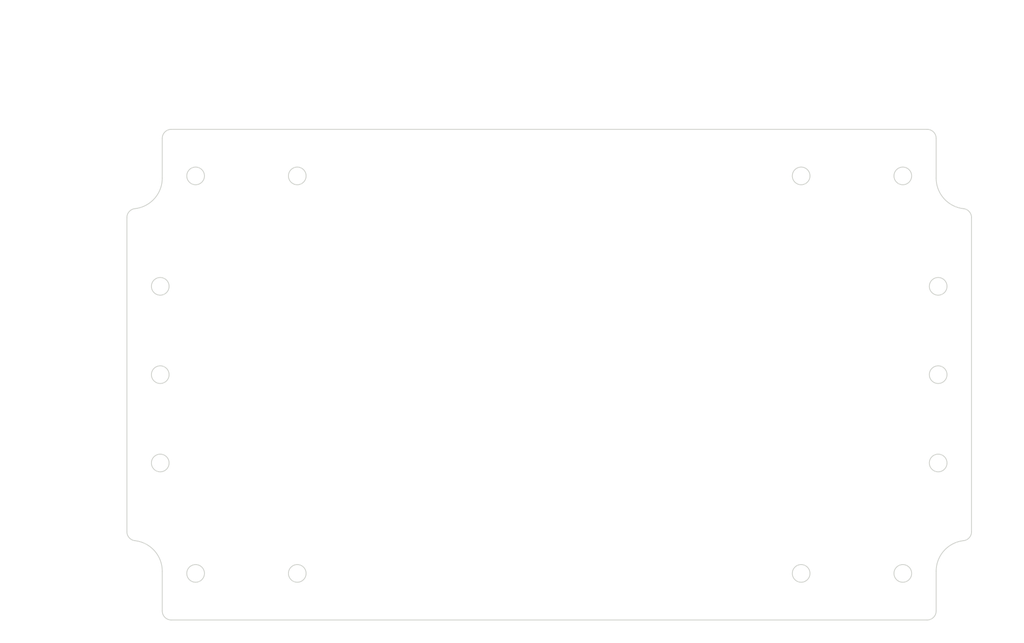
<source format=kicad_pcb>
(kicad_pcb (version 20171130) (host pcbnew "(5.1.0)-1")

  (general
    (thickness 1.6)
    (drawings 97)
    (tracks 0)
    (zones 0)
    (modules 0)
    (nets 1)
  )

  (page A3)
  (layers
    (0 F.Cu signal)
    (31 B.Cu signal)
    (32 B.Adhes user)
    (33 F.Adhes user)
    (34 B.Paste user)
    (35 F.Paste user)
    (36 B.SilkS user)
    (37 F.SilkS user)
    (38 B.Mask user)
    (39 F.Mask user)
    (40 Dwgs.User user)
    (41 Cmts.User user)
    (42 Eco1.User user)
    (43 Eco2.User user)
    (44 Edge.Cuts user)
    (45 Margin user)
    (46 B.CrtYd user)
    (47 F.CrtYd user)
    (48 B.Fab user)
    (49 F.Fab user)
  )

  (setup
    (last_trace_width 0.25)
    (trace_clearance 0.2)
    (zone_clearance 0.508)
    (zone_45_only no)
    (trace_min 0.2)
    (via_size 0.8)
    (via_drill 0.4)
    (via_min_size 0.4)
    (via_min_drill 0.3)
    (uvia_size 0.3)
    (uvia_drill 0.1)
    (uvias_allowed no)
    (uvia_min_size 0.2)
    (uvia_min_drill 0.1)
    (edge_width 0.05)
    (segment_width 0.2)
    (pcb_text_width 0.3)
    (pcb_text_size 1.5 1.5)
    (mod_edge_width 0.12)
    (mod_text_size 1 1)
    (mod_text_width 0.15)
    (pad_size 1.524 1.524)
    (pad_drill 0.762)
    (pad_to_mask_clearance 0.051)
    (solder_mask_min_width 0.25)
    (aux_axis_origin 0 0)
    (visible_elements FFFFFF7F)
    (pcbplotparams
      (layerselection 0x010fc_ffffffff)
      (usegerberextensions false)
      (usegerberattributes false)
      (usegerberadvancedattributes false)
      (creategerberjobfile false)
      (excludeedgelayer true)
      (linewidth 0.152400)
      (plotframeref false)
      (viasonmask false)
      (mode 1)
      (useauxorigin false)
      (hpglpennumber 1)
      (hpglpenspeed 20)
      (hpglpendiameter 15.000000)
      (psnegative false)
      (psa4output false)
      (plotreference true)
      (plotvalue true)
      (plotinvisibletext false)
      (padsonsilk false)
      (subtractmaskfromsilk false)
      (outputformat 1)
      (mirror false)
      (drillshape 1)
      (scaleselection 1)
      (outputdirectory ""))
  )

  (net 0 "")

  (net_class Default "This is the default net class."
    (clearance 0.2)
    (trace_width 0.25)
    (via_dia 0.8)
    (via_drill 0.4)
    (uvia_dia 0.3)
    (uvia_drill 0.1)
  )

  (gr_line (start 129.443318 94.335847) (end 300.443318 94.335847) (layer Edge.Cuts) (width 0.2))
  (gr_arc (start 300.443318 96.38205) (end 302.489521 96.38205) (angle -90) (layer Edge.Cuts) (width 0.2))
  (gr_line (start 302.489521 96.38205) (end 302.489521 105.38205) (layer Edge.Cuts) (width 0.2))
  (gr_arc (start 309.443318 105.38205) (end 302.489521 105.38205) (angle -83.62062979) (layer Edge.Cuts) (width 0.2))
  (gr_arc (start 308.443318 114.326322) (end 310.489521 114.326322) (angle -83.62062979) (layer Edge.Cuts) (width 0.2))
  (gr_line (start 310.489521 114.326322) (end 310.489521 185.437778) (layer Edge.Cuts) (width 0.2))
  (gr_circle (center 302.943318 149.88205) (end 304.943318 149.88205) (layer Edge.Cuts) (width 0.2))
  (gr_circle (center 302.943318 129.88205) (end 304.943318 129.88205) (layer Edge.Cuts) (width 0.2))
  (gr_circle (center 294.943318 104.88205) (end 296.943318 104.88205) (layer Edge.Cuts) (width 0.2))
  (gr_circle (center 271.943318 104.88205) (end 273.943318 104.88205) (layer Edge.Cuts) (width 0.2))
  (gr_line (start 129.443318 205.428253) (end 300.443318 205.428253) (layer Edge.Cuts) (width 0.2))
  (gr_arc (start 300.443318 203.38205) (end 300.443318 205.428253) (angle -90) (layer Edge.Cuts) (width 0.2))
  (gr_line (start 302.489521 203.38205) (end 302.489521 194.38205) (layer Edge.Cuts) (width 0.2))
  (gr_arc (start 309.443318 194.38205) (end 308.670674 187.471311) (angle -83.62062979) (layer Edge.Cuts) (width 0.2))
  (gr_arc (start 308.443318 185.437778) (end 308.670674 187.471311) (angle -83.62062979) (layer Edge.Cuts) (width 0.2))
  (gr_circle (center 302.943318 169.88205) (end 304.943318 169.88205) (layer Edge.Cuts) (width 0.2))
  (gr_circle (center 294.943318 194.88205) (end 296.943318 194.88205) (layer Edge.Cuts) (width 0.2))
  (gr_circle (center 271.943318 194.88205) (end 273.943318 194.88205) (layer Edge.Cuts) (width 0.2))
  (gr_arc (start 129.443318 96.38205) (end 129.443318 94.335847) (angle -90) (layer Edge.Cuts) (width 0.2))
  (gr_line (start 127.397115 96.38205) (end 127.397115 105.38205) (layer Edge.Cuts) (width 0.2))
  (gr_arc (start 120.443318 105.38205) (end 121.215962 112.292789) (angle -83.62062979) (layer Edge.Cuts) (width 0.2))
  (gr_arc (start 121.443318 114.326322) (end 121.215962 112.292789) (angle -83.62062979) (layer Edge.Cuts) (width 0.2))
  (gr_line (start 119.397115 114.326322) (end 119.397115 185.437778) (layer Edge.Cuts) (width 0.2))
  (gr_circle (center 126.943318 149.88205) (end 128.943318 149.88205) (layer Edge.Cuts) (width 0.2))
  (gr_circle (center 126.943318 129.88205) (end 128.943318 129.88205) (layer Edge.Cuts) (width 0.2))
  (gr_circle (center 134.943318 104.88205) (end 136.943318 104.88205) (layer Edge.Cuts) (width 0.2))
  (gr_circle (center 157.943318 104.88205) (end 159.943318 104.88205) (layer Edge.Cuts) (width 0.2))
  (gr_arc (start 129.443318 203.38205) (end 127.397115 203.38205) (angle -90) (layer Edge.Cuts) (width 0.2))
  (gr_line (start 127.397115 203.38205) (end 127.397115 194.38205) (layer Edge.Cuts) (width 0.2))
  (gr_arc (start 120.443318 194.38205) (end 127.397115 194.38205) (angle -83.62062979) (layer Edge.Cuts) (width 0.2))
  (gr_arc (start 121.443318 185.437778) (end 119.397115 185.437778) (angle -83.62062979) (layer Edge.Cuts) (width 0.2))
  (gr_circle (center 126.943318 169.88205) (end 128.943318 169.88205) (layer Edge.Cuts) (width 0.2))
  (gr_circle (center 134.943318 194.88205) (end 136.943318 194.88205) (layer Edge.Cuts) (width 0.2))
  (gr_circle (center 157.943318 194.88205) (end 159.943318 194.88205) (layer Edge.Cuts) (width 0.2))
  (gr_text [R0.27] (at 317.877024 197.976747) (layer Dwgs.User)
    (effects (font (size 1.7 1.53) (thickness 0.2125)))
  )
  (gr_text " R6.95" (at 317.877024 194.419312) (layer Dwgs.User)
    (effects (font (size 1.7 1.53) (thickness 0.2125)))
  )
  (gr_line (start 311.406253 196.087286) (end 305.703586 191.133279) (layer Dwgs.User) (width 0.2))
  (gr_line (start 313.406253 196.087286) (end 311.406253 196.087286) (layer Dwgs.User) (width 0.2))
  (gr_line (start 294.943318 194.97205) (end 294.943318 194.79205) (layer Dwgs.User) (width 0.2))
  (gr_line (start 294.853318 194.88205) (end 295.033318 194.88205) (layer Dwgs.User) (width 0.2))
  (gr_text " ∅4.00\n[∅0.16]" (at 309.17409 207.972585) (layer Dwgs.User)
    (effects (font (size 1.7 1.53) (thickness 0.2125)))
  )
  (gr_line (start 302.637221 207.972585) (end 296.970144 198.330525) (layer Dwgs.User) (width 0.2))
  (gr_line (start 304.637221 207.972585) (end 302.637221 207.972585) (layer Dwgs.User) (width 0.2))
  (gr_text [1.57] (at 114.917628 147.3902) (layer Dwgs.User)
    (effects (font (size 1.7 1.53) (thickness 0.2125)))
  )
  (gr_text " 40.00" (at 114.917628 143.832765) (layer Dwgs.User)
    (effects (font (size 1.7 1.53) (thickness 0.2125)))
  )
  (gr_line (start 114.917628 167.88205) (end 114.917628 149.058174) (layer Dwgs.User) (width 0.2))
  (gr_line (start 114.917628 131.88205) (end 114.917628 141.943304) (layer Dwgs.User) (width 0.2))
  (gr_line (start 125.943318 169.88205) (end 111.742628 169.88205) (layer Dwgs.User) (width 0.2))
  (gr_line (start 125.943318 129.88205) (end 111.742628 129.88205) (layer Dwgs.User) (width 0.2))
  (gr_text [2.96] (at 109.37021 155.38332) (layer Dwgs.User)
    (effects (font (size 1.7 1.53) (thickness 0.2125)))
  )
  (gr_text " 75.18" (at 109.37021 151.825885) (layer Dwgs.User)
    (effects (font (size 1.7 1.53) (thickness 0.2125)))
  )
  (gr_line (start 109.37021 185.471311) (end 109.37021 157.051294) (layer Dwgs.User) (width 0.2))
  (gr_line (start 109.37021 114.292789) (end 109.37021 149.936424) (layer Dwgs.User) (width 0.2))
  (gr_line (start 120.215962 187.471311) (end 106.19521 187.471311) (layer Dwgs.User) (width 0.2))
  (gr_line (start 120.215962 112.292789) (end 106.19521 112.292789) (layer Dwgs.User) (width 0.2))
  (gr_text [3.54] (at 103.166529 148.118484) (layer Dwgs.User)
    (effects (font (size 1.7 1.53) (thickness 0.2125)))
  )
  (gr_text " 90.00" (at 103.166529 144.561049) (layer Dwgs.User)
    (effects (font (size 1.7 1.53) (thickness 0.2125)))
  )
  (gr_line (start 103.166529 192.88205) (end 103.166529 149.786459) (layer Dwgs.User) (width 0.2))
  (gr_line (start 103.166529 106.88205) (end 103.166529 142.671588) (layer Dwgs.User) (width 0.2))
  (gr_line (start 133.943318 194.88205) (end 99.991529 194.88205) (layer Dwgs.User) (width 0.2))
  (gr_line (start 133.943318 104.88205) (end 99.991529 104.88205) (layer Dwgs.User) (width 0.2))
  (gr_text [4.37] (at 95.443318 155.532253) (layer Dwgs.User)
    (effects (font (size 1.7 1.53) (thickness 0.2125)))
  )
  (gr_text " 111.09" (at 95.443318 151.974818) (layer Dwgs.User)
    (effects (font (size 1.7 1.53) (thickness 0.2125)))
  )
  (gr_line (start 95.443318 203.428253) (end 95.443318 157.200227) (layer Dwgs.User) (width 0.2))
  (gr_line (start 95.443318 96.335847) (end 95.443318 150.085357) (layer Dwgs.User) (width 0.2))
  (gr_line (start 128.443318 205.428253) (end 92.268318 205.428253) (layer Dwgs.User) (width 0.2))
  (gr_line (start 128.443318 94.335847) (end 92.268318 94.335847) (layer Dwgs.User) (width 0.2))
  (gr_text [4.49] (at 224.263821 89.054915) (layer Dwgs.User)
    (effects (font (size 1.7 1.53) (thickness 0.2125)))
  )
  (gr_text " 114.00" (at 224.263821 85.497479) (layer Dwgs.User)
    (effects (font (size 1.7 1.53) (thickness 0.2125)))
  )
  (gr_line (start 159.943318 87.165453) (end 219.558807 87.165453) (layer Dwgs.User) (width 0.2))
  (gr_line (start 269.943318 87.165453) (end 228.968834 87.165453) (layer Dwgs.User) (width 0.2))
  (gr_line (start 157.943318 103.88205) (end 157.943318 83.990453) (layer Dwgs.User) (width 0.2))
  (gr_line (start 271.943318 103.88205) (end 271.943318 83.990453) (layer Dwgs.User) (width 0.2))
  (gr_text [6.30] (at 213.555755 84.771511) (layer Dwgs.User)
    (effects (font (size 1.7 1.53) (thickness 0.2125)))
  )
  (gr_text " 160.00" (at 213.555755 81.214076) (layer Dwgs.User)
    (effects (font (size 1.7 1.53) (thickness 0.2125)))
  )
  (gr_line (start 292.943318 82.88205) (end 218.260769 82.88205) (layer Dwgs.User) (width 0.2))
  (gr_line (start 136.943318 82.88205) (end 208.850741 82.88205) (layer Dwgs.User) (width 0.2))
  (gr_line (start 294.943318 103.88205) (end 294.943318 79.70705) (layer Dwgs.User) (width 0.2))
  (gr_line (start 134.943318 103.88205) (end 134.943318 79.70705) (layer Dwgs.User) (width 0.2))
  (gr_text [6.93] (at 211.324908 74.926216) (layer Dwgs.User)
    (effects (font (size 1.7 1.53) (thickness 0.2125)))
  )
  (gr_text " 176.00" (at 211.324908 71.36878) (layer Dwgs.User)
    (effects (font (size 1.7 1.53) (thickness 0.2125)))
  )
  (gr_line (start 128.943318 73.036755) (end 206.619894 73.036755) (layer Dwgs.User) (width 0.2))
  (gr_line (start 300.943318 73.036755) (end 216.029922 73.036755) (layer Dwgs.User) (width 0.2))
  (gr_line (start 126.943318 128.88205) (end 126.943318 69.861755) (layer Dwgs.User) (width 0.2))
  (gr_line (start 302.943318 128.88205) (end 302.943318 69.861755) (layer Dwgs.User) (width 0.2))
  (gr_text [6.89] (at 224.858713 79.83408) (layer Dwgs.User)
    (effects (font (size 1.7 1.53) (thickness 0.2125)))
  )
  (gr_text " 175.09" (at 224.858713 76.276644) (layer Dwgs.User)
    (effects (font (size 1.7 1.53) (thickness 0.2125)))
  )
  (gr_line (start 129.397115 77.944618) (end 220.149061 77.944618) (layer Dwgs.User) (width 0.2))
  (gr_line (start 300.489521 77.944618) (end 229.568365 77.944618) (layer Dwgs.User) (width 0.2))
  (gr_line (start 127.397115 95.38205) (end 127.397115 74.769618) (layer Dwgs.User) (width 0.2))
  (gr_line (start 302.489521 95.38205) (end 302.489521 74.769618) (layer Dwgs.User) (width 0.2))
  (gr_text [7.52] (at 225.751052 70.215783) (layer Dwgs.User)
    (effects (font (size 1.7 1.53) (thickness 0.2125)))
  )
  (gr_text " 191.09" (at 225.751052 66.658348) (layer Dwgs.User)
    (effects (font (size 1.7 1.53) (thickness 0.2125)))
  )
  (gr_line (start 308.489521 68.326322) (end 230.460704 68.326322) (layer Dwgs.User) (width 0.2))
  (gr_line (start 121.397115 68.326322) (end 221.0414 68.326322) (layer Dwgs.User) (width 0.2))
  (gr_line (start 310.489521 113.326322) (end 310.489521 65.151322) (layer Dwgs.User) (width 0.2))
  (gr_line (start 119.397115 113.326322) (end 119.397115 65.151322) (layer Dwgs.User) (width 0.2))

)

</source>
